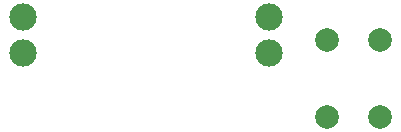
<source format=gbr>
%TF.GenerationSoftware,KiCad,Pcbnew,9.0.7*%
%TF.CreationDate,2026-01-25T21:44:07-05:00*%
%TF.ProjectId,advanced_soldering_practice,61647661-6e63-4656-945f-736f6c646572,rev?*%
%TF.SameCoordinates,Original*%
%TF.FileFunction,Soldermask,Bot*%
%TF.FilePolarity,Negative*%
%FSLAX46Y46*%
G04 Gerber Fmt 4.6, Leading zero omitted, Abs format (unit mm)*
G04 Created by KiCad (PCBNEW 9.0.7) date 2026-01-25 21:44:07*
%MOMM*%
%LPD*%
G01*
G04 APERTURE LIST*
%ADD10C,2.311400*%
%ADD11C,2.000000*%
G04 APERTURE END LIST*
D10*
%TO.C,BT1*%
X72400001Y-84500001D03*
X72400001Y-87600000D03*
X93200000Y-84500001D03*
X93200000Y-87600000D03*
%TD*%
D11*
%TO.C,SW1*%
X98100000Y-93000000D03*
X98100000Y-86500000D03*
X102600000Y-93000000D03*
X102600000Y-86500000D03*
%TD*%
M02*

</source>
